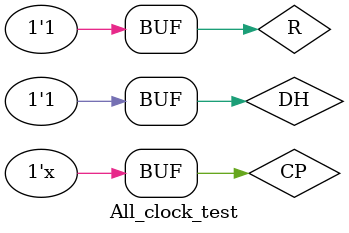
<source format=v>
module All_clock_test();
reg CP,R,DH;
wire CP5B,CP6B,CP7B,B,BB,CP15,CP15B;

All_clock  A1(.CP(CP),.R(R),.DH(DH),.CP5B(CP5B),.CP6B(CP6B),.CP7B(CP7B),.B(B),.BB(BB),.CP15(CP15),.CP15B(CP15B));

initial
begin
CP=0;
R=0;
DH=1;
#2 R=1;
end

always
begin
#5 CP=~CP;
end

endmodule

</source>
